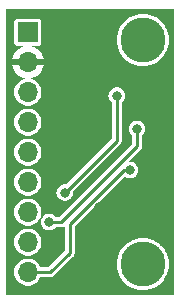
<source format=gbr>
%TF.GenerationSoftware,KiCad,Pcbnew,8.0.5*%
%TF.CreationDate,2024-09-23T16:28:14-04:00*%
%TF.ProjectId,ICM-42670-P-Breakout-Board,49434d2d-3432-4363-9730-2d502d427265,rev?*%
%TF.SameCoordinates,Original*%
%TF.FileFunction,Copper,L2,Bot*%
%TF.FilePolarity,Positive*%
%FSLAX46Y46*%
G04 Gerber Fmt 4.6, Leading zero omitted, Abs format (unit mm)*
G04 Created by KiCad (PCBNEW 8.0.5) date 2024-09-23 16:28:14*
%MOMM*%
%LPD*%
G01*
G04 APERTURE LIST*
%TA.AperFunction,ComponentPad*%
%ADD10C,2.600000*%
%TD*%
%TA.AperFunction,ConnectorPad*%
%ADD11C,3.800000*%
%TD*%
%TA.AperFunction,ComponentPad*%
%ADD12R,1.700000X1.700000*%
%TD*%
%TA.AperFunction,ComponentPad*%
%ADD13O,1.700000X1.700000*%
%TD*%
%TA.AperFunction,ViaPad*%
%ADD14C,0.800000*%
%TD*%
%TA.AperFunction,Conductor*%
%ADD15C,0.250000*%
%TD*%
G04 APERTURE END LIST*
D10*
%TO.P,H2,1*%
%TO.N,N/C*%
X146610000Y-103860000D03*
D11*
X146610000Y-103860000D03*
%TD*%
D10*
%TO.P,H1,1*%
%TO.N,N/C*%
X146610000Y-84890000D03*
D11*
X146610000Y-84890000D03*
%TD*%
D12*
%TO.P,J1,1,Pin_1*%
%TO.N,/VCC*%
X136870000Y-84220000D03*
D13*
%TO.P,J1,2,Pin_2*%
%TO.N,GND*%
X136870000Y-86760000D03*
%TO.P,J1,3,Pin_3*%
%TO.N,/SCL{slash}SCLK*%
X136870000Y-89300000D03*
%TO.P,J1,4,Pin_4*%
%TO.N,/SDA{slash}SDIO{slash}SDI*%
X136870000Y-91840000D03*
%TO.P,J1,5,Pin_5*%
%TO.N,/SDO{slash}ADO*%
X136870000Y-94380000D03*
%TO.P,J1,6,Pin_6*%
%TO.N,/INT1*%
X136870000Y-96920000D03*
%TO.P,J1,7,Pin_7*%
%TO.N,/INT2*%
X136870000Y-99460000D03*
%TO.P,J1,8,Pin_8*%
%TO.N,/CS*%
X136870000Y-102000000D03*
%TO.P,J1,9,Pin_9*%
%TO.N,/FSYNC*%
X136870000Y-104540000D03*
%TD*%
D14*
%TO.N,GND*%
X142900000Y-99000000D03*
X144100000Y-87800000D03*
X147600000Y-96900000D03*
X141600000Y-92500000D03*
%TO.N,/FSYNC*%
X145500000Y-95900000D03*
%TO.N,/INT2*%
X146103165Y-92422891D03*
X138675500Y-100300000D03*
%TO.N,/CS*%
X144400000Y-89600000D03*
X140000000Y-97800000D03*
%TD*%
D15*
%TO.N,GND*%
X147600000Y-96900000D02*
X145500000Y-99000000D01*
X145500000Y-99000000D02*
X142900000Y-99000000D01*
%TO.N,/FSYNC*%
X140400000Y-100475386D02*
X140400000Y-102900000D01*
X138760000Y-104540000D02*
X136870000Y-104540000D01*
X144975386Y-95900000D02*
X140400000Y-100475386D01*
X140400000Y-102900000D02*
X138760000Y-104540000D01*
X145500000Y-95900000D02*
X144975386Y-95900000D01*
%TO.N,/INT2*%
X143000000Y-97000000D02*
X146103165Y-93896835D01*
X139700000Y-100300000D02*
X143000000Y-97000000D01*
X138675500Y-100300000D02*
X139700000Y-100300000D01*
X146103165Y-93896835D02*
X146103165Y-92422891D01*
%TO.N,/CS*%
X140000000Y-97800000D02*
X144400000Y-93400000D01*
X144400000Y-93400000D02*
X144400000Y-89600000D01*
%TD*%
%TA.AperFunction,Conductor*%
%TO.N,GND*%
G36*
X149235648Y-82264352D02*
G01*
X149250000Y-82299000D01*
X149250000Y-106451000D01*
X149235648Y-106485648D01*
X149201000Y-106500000D01*
X135049000Y-106500000D01*
X135014352Y-106485648D01*
X135000000Y-106451000D01*
X135000000Y-104540000D01*
X135714571Y-104540000D01*
X135734243Y-104752306D01*
X135734244Y-104752312D01*
X135792593Y-104957384D01*
X135792597Y-104957394D01*
X135887632Y-105148252D01*
X135887635Y-105148256D01*
X136016125Y-105318404D01*
X136016128Y-105318407D01*
X136173693Y-105462048D01*
X136173694Y-105462049D01*
X136173698Y-105462052D01*
X136354981Y-105574298D01*
X136354984Y-105574299D01*
X136553796Y-105651319D01*
X136553797Y-105651319D01*
X136553802Y-105651321D01*
X136763390Y-105690500D01*
X136763392Y-105690500D01*
X136976608Y-105690500D01*
X136976610Y-105690500D01*
X137186198Y-105651321D01*
X137385019Y-105574298D01*
X137566302Y-105462052D01*
X137723872Y-105318407D01*
X137852366Y-105148255D01*
X137929843Y-104992659D01*
X137958134Y-104968040D01*
X137973706Y-104965500D01*
X138816021Y-104965500D01*
X138816021Y-104965499D01*
X138924237Y-104936503D01*
X139021263Y-104880485D01*
X140041747Y-103859999D01*
X144404778Y-103859999D01*
X144404778Y-103860000D01*
X144423643Y-104147833D01*
X144479917Y-104430747D01*
X144572640Y-104703900D01*
X144700222Y-104962611D01*
X144860479Y-105202454D01*
X144961808Y-105317997D01*
X145050673Y-105419327D01*
X145166216Y-105520655D01*
X145267545Y-105609520D01*
X145388741Y-105690500D01*
X145507389Y-105769778D01*
X145766098Y-105897359D01*
X146039247Y-105990081D01*
X146322161Y-106046356D01*
X146562026Y-106062077D01*
X146609999Y-106065222D01*
X146610000Y-106065222D01*
X146610001Y-106065222D01*
X146651119Y-106062526D01*
X146897839Y-106046356D01*
X147180753Y-105990081D01*
X147453902Y-105897359D01*
X147712611Y-105769778D01*
X147952454Y-105609520D01*
X148169327Y-105419327D01*
X148359520Y-105202454D01*
X148519778Y-104962611D01*
X148647359Y-104703902D01*
X148740081Y-104430753D01*
X148796356Y-104147839D01*
X148815222Y-103860000D01*
X148796356Y-103572161D01*
X148740081Y-103289247D01*
X148647359Y-103016098D01*
X148519778Y-102757389D01*
X148466600Y-102677803D01*
X148359520Y-102517545D01*
X148270655Y-102416216D01*
X148169327Y-102300673D01*
X148067997Y-102211808D01*
X147952454Y-102110479D01*
X147712611Y-101950222D01*
X147453900Y-101822640D01*
X147180747Y-101729917D01*
X146952569Y-101684530D01*
X146897839Y-101673644D01*
X146897837Y-101673643D01*
X146897833Y-101673643D01*
X146610001Y-101654778D01*
X146609999Y-101654778D01*
X146322166Y-101673643D01*
X146039252Y-101729917D01*
X145766099Y-101822640D01*
X145507388Y-101950222D01*
X145267545Y-102110479D01*
X145050673Y-102300673D01*
X144860479Y-102517545D01*
X144700222Y-102757388D01*
X144572640Y-103016099D01*
X144479917Y-103289252D01*
X144423643Y-103572166D01*
X144404778Y-103859999D01*
X140041747Y-103859999D01*
X140657228Y-103244517D01*
X140657233Y-103244514D01*
X140661261Y-103240485D01*
X140661263Y-103240485D01*
X140740485Y-103161263D01*
X140796503Y-103064237D01*
X140825499Y-102956021D01*
X140825500Y-102956021D01*
X140825500Y-100671929D01*
X140839851Y-100637282D01*
X145012051Y-96465081D01*
X145046698Y-96450730D01*
X145079191Y-96463053D01*
X145099148Y-96480734D01*
X145249775Y-96559790D01*
X145414944Y-96600500D01*
X145585056Y-96600500D01*
X145750225Y-96559790D01*
X145900852Y-96480734D01*
X146028183Y-96367929D01*
X146124818Y-96227930D01*
X146185140Y-96068872D01*
X146205645Y-95900000D01*
X146185140Y-95731128D01*
X146124818Y-95572070D01*
X146028183Y-95432071D01*
X145900852Y-95319266D01*
X145900844Y-95319262D01*
X145900843Y-95319261D01*
X145750224Y-95240209D01*
X145585056Y-95199500D01*
X145520543Y-95199500D01*
X145485895Y-95185148D01*
X145471543Y-95150500D01*
X145485895Y-95115852D01*
X145804363Y-94797384D01*
X146443650Y-94158098D01*
X146499668Y-94061072D01*
X146528664Y-93952856D01*
X146528665Y-93952856D01*
X146528665Y-93003841D01*
X146543017Y-92969193D01*
X146545172Y-92967164D01*
X146631348Y-92890820D01*
X146727983Y-92750821D01*
X146788305Y-92591763D01*
X146808810Y-92422891D01*
X146788305Y-92254019D01*
X146727983Y-92094961D01*
X146698544Y-92052312D01*
X146631348Y-91954962D01*
X146504017Y-91842157D01*
X146504009Y-91842153D01*
X146504008Y-91842152D01*
X146353389Y-91763100D01*
X146188221Y-91722391D01*
X146018109Y-91722391D01*
X145852940Y-91763100D01*
X145702321Y-91842152D01*
X145702316Y-91842155D01*
X145702313Y-91842157D01*
X145702311Y-91842159D01*
X145574981Y-91954962D01*
X145478347Y-92094959D01*
X145478346Y-92094961D01*
X145418026Y-92254016D01*
X145418025Y-92254019D01*
X145397520Y-92422891D01*
X145418025Y-92591763D01*
X145428130Y-92618407D01*
X145478346Y-92750820D01*
X145478347Y-92750822D01*
X145563578Y-92874299D01*
X145574982Y-92890820D01*
X145643274Y-92951321D01*
X145661158Y-92967164D01*
X145677576Y-93000882D01*
X145677665Y-93003841D01*
X145677665Y-93700291D01*
X145663313Y-93734939D01*
X139538104Y-99860148D01*
X139503456Y-99874500D01*
X139258687Y-99874500D01*
X139224039Y-99860148D01*
X139218361Y-99853336D01*
X139203683Y-99832071D01*
X139076352Y-99719266D01*
X139076344Y-99719262D01*
X139076343Y-99719261D01*
X138925724Y-99640209D01*
X138760556Y-99599500D01*
X138590444Y-99599500D01*
X138425275Y-99640209D01*
X138274656Y-99719261D01*
X138274651Y-99719264D01*
X138274648Y-99719266D01*
X138274646Y-99719268D01*
X138147316Y-99832071D01*
X138050682Y-99972068D01*
X138050681Y-99972070D01*
X137990361Y-100131125D01*
X137990360Y-100131128D01*
X137969855Y-100300000D01*
X137990360Y-100468872D01*
X137990361Y-100468874D01*
X138050681Y-100627929D01*
X138050682Y-100627931D01*
X138147316Y-100767928D01*
X138147317Y-100767929D01*
X138274648Y-100880734D01*
X138425275Y-100959790D01*
X138590444Y-101000500D01*
X138760556Y-101000500D01*
X138925725Y-100959790D01*
X139076352Y-100880734D01*
X139203683Y-100767929D01*
X139218361Y-100746663D01*
X139249855Y-100726303D01*
X139258687Y-100725500D01*
X139756021Y-100725500D01*
X139756021Y-100725499D01*
X139864237Y-100696503D01*
X139901002Y-100675276D01*
X139938181Y-100670381D01*
X139967935Y-100693211D01*
X139974500Y-100717712D01*
X139974500Y-102703456D01*
X139960148Y-102738104D01*
X138598104Y-104100148D01*
X138563456Y-104114500D01*
X137973706Y-104114500D01*
X137939058Y-104100148D01*
X137929843Y-104087341D01*
X137852367Y-103931747D01*
X137852366Y-103931746D01*
X137852366Y-103931745D01*
X137723872Y-103761593D01*
X137723871Y-103761592D01*
X137566306Y-103617951D01*
X137566303Y-103617949D01*
X137566302Y-103617948D01*
X137385019Y-103505702D01*
X137385016Y-103505701D01*
X137385015Y-103505700D01*
X137186203Y-103428680D01*
X137186198Y-103428679D01*
X136976610Y-103389500D01*
X136763390Y-103389500D01*
X136605236Y-103419064D01*
X136553796Y-103428680D01*
X136354984Y-103505700D01*
X136173693Y-103617951D01*
X136016128Y-103761592D01*
X136016125Y-103761595D01*
X135887635Y-103931743D01*
X135887632Y-103931747D01*
X135792597Y-104122605D01*
X135792593Y-104122615D01*
X135734244Y-104327687D01*
X135734243Y-104327693D01*
X135714571Y-104540000D01*
X135000000Y-104540000D01*
X135000000Y-102000000D01*
X135714571Y-102000000D01*
X135734243Y-102212306D01*
X135734244Y-102212312D01*
X135792593Y-102417384D01*
X135792597Y-102417394D01*
X135887632Y-102608252D01*
X135887635Y-102608256D01*
X136016125Y-102778404D01*
X136016128Y-102778407D01*
X136173693Y-102922048D01*
X136173694Y-102922049D01*
X136173698Y-102922052D01*
X136354981Y-103034298D01*
X136354984Y-103034299D01*
X136553796Y-103111319D01*
X136553797Y-103111319D01*
X136553802Y-103111321D01*
X136763390Y-103150500D01*
X136763392Y-103150500D01*
X136976608Y-103150500D01*
X136976610Y-103150500D01*
X137186198Y-103111321D01*
X137385019Y-103034298D01*
X137566302Y-102922052D01*
X137723872Y-102778407D01*
X137852366Y-102608255D01*
X137947405Y-102417389D01*
X138005756Y-102212310D01*
X138025429Y-102000000D01*
X138005756Y-101787690D01*
X137947405Y-101582611D01*
X137852366Y-101391745D01*
X137723872Y-101221593D01*
X137723871Y-101221592D01*
X137566306Y-101077951D01*
X137566303Y-101077949D01*
X137566302Y-101077948D01*
X137385019Y-100965702D01*
X137385016Y-100965701D01*
X137385015Y-100965700D01*
X137186203Y-100888680D01*
X137186198Y-100888679D01*
X136976610Y-100849500D01*
X136763390Y-100849500D01*
X136605236Y-100879064D01*
X136553796Y-100888680D01*
X136354984Y-100965700D01*
X136173693Y-101077951D01*
X136016128Y-101221592D01*
X136016125Y-101221595D01*
X135887635Y-101391743D01*
X135887632Y-101391747D01*
X135792597Y-101582605D01*
X135792593Y-101582615D01*
X135734244Y-101787687D01*
X135734243Y-101787693D01*
X135714571Y-102000000D01*
X135000000Y-102000000D01*
X135000000Y-99460000D01*
X135714571Y-99460000D01*
X135734243Y-99672306D01*
X135734244Y-99672312D01*
X135792593Y-99877384D01*
X135792597Y-99877394D01*
X135887632Y-100068252D01*
X135887635Y-100068256D01*
X136016125Y-100238404D01*
X136016128Y-100238407D01*
X136173693Y-100382048D01*
X136173694Y-100382049D01*
X136173698Y-100382052D01*
X136354981Y-100494298D01*
X136354984Y-100494299D01*
X136553796Y-100571319D01*
X136553797Y-100571319D01*
X136553802Y-100571321D01*
X136763390Y-100610500D01*
X136763392Y-100610500D01*
X136976608Y-100610500D01*
X136976610Y-100610500D01*
X137186198Y-100571321D01*
X137385019Y-100494298D01*
X137566302Y-100382052D01*
X137723872Y-100238407D01*
X137852366Y-100068255D01*
X137947405Y-99877389D01*
X138005756Y-99672310D01*
X138025429Y-99460000D01*
X138005756Y-99247690D01*
X137947405Y-99042611D01*
X137852366Y-98851745D01*
X137723872Y-98681593D01*
X137723871Y-98681592D01*
X137566306Y-98537951D01*
X137566303Y-98537949D01*
X137566302Y-98537948D01*
X137385019Y-98425702D01*
X137385016Y-98425701D01*
X137385015Y-98425700D01*
X137186203Y-98348680D01*
X137186198Y-98348679D01*
X136976610Y-98309500D01*
X136763390Y-98309500D01*
X136605236Y-98339064D01*
X136553796Y-98348680D01*
X136354984Y-98425700D01*
X136173693Y-98537951D01*
X136016128Y-98681592D01*
X136016125Y-98681595D01*
X135887635Y-98851743D01*
X135887632Y-98851747D01*
X135792597Y-99042605D01*
X135792593Y-99042615D01*
X135734244Y-99247687D01*
X135734243Y-99247693D01*
X135714571Y-99460000D01*
X135000000Y-99460000D01*
X135000000Y-96920000D01*
X135714571Y-96920000D01*
X135734243Y-97132306D01*
X135734244Y-97132312D01*
X135792593Y-97337384D01*
X135792597Y-97337394D01*
X135887632Y-97528252D01*
X135887635Y-97528256D01*
X136016125Y-97698404D01*
X136016128Y-97698407D01*
X136173693Y-97842048D01*
X136173694Y-97842049D01*
X136173698Y-97842052D01*
X136354981Y-97954298D01*
X136354984Y-97954299D01*
X136553796Y-98031319D01*
X136553797Y-98031319D01*
X136553802Y-98031321D01*
X136763390Y-98070500D01*
X136763392Y-98070500D01*
X136976608Y-98070500D01*
X136976610Y-98070500D01*
X137186198Y-98031321D01*
X137385019Y-97954298D01*
X137566302Y-97842052D01*
X137612431Y-97800000D01*
X139294355Y-97800000D01*
X139314860Y-97968872D01*
X139314861Y-97968874D01*
X139375181Y-98127929D01*
X139375182Y-98127931D01*
X139471816Y-98267928D01*
X139471817Y-98267929D01*
X139599148Y-98380734D01*
X139749775Y-98459790D01*
X139914944Y-98500500D01*
X140085056Y-98500500D01*
X140250225Y-98459790D01*
X140400852Y-98380734D01*
X140528183Y-98267929D01*
X140624818Y-98127930D01*
X140685140Y-97968872D01*
X140705645Y-97800000D01*
X140697270Y-97731033D01*
X140707341Y-97694910D01*
X140711257Y-97690489D01*
X144740485Y-93661263D01*
X144796503Y-93564237D01*
X144825499Y-93456021D01*
X144825500Y-93456021D01*
X144825500Y-90180950D01*
X144839852Y-90146302D01*
X144842007Y-90144273D01*
X144928183Y-90067929D01*
X145024818Y-89927930D01*
X145085140Y-89768872D01*
X145105645Y-89600000D01*
X145085140Y-89431128D01*
X145024818Y-89272070D01*
X144928183Y-89132071D01*
X144800852Y-89019266D01*
X144800844Y-89019262D01*
X144800843Y-89019261D01*
X144650224Y-88940209D01*
X144485056Y-88899500D01*
X144314944Y-88899500D01*
X144149775Y-88940209D01*
X143999156Y-89019261D01*
X143999151Y-89019264D01*
X143999148Y-89019266D01*
X143999146Y-89019268D01*
X143871816Y-89132071D01*
X143775182Y-89272068D01*
X143775181Y-89272070D01*
X143714861Y-89431125D01*
X143714860Y-89431128D01*
X143694355Y-89600000D01*
X143714860Y-89768872D01*
X143714861Y-89768874D01*
X143775181Y-89927929D01*
X143775182Y-89927931D01*
X143871816Y-90067928D01*
X143871817Y-90067929D01*
X143883644Y-90078407D01*
X143957993Y-90144273D01*
X143974411Y-90177991D01*
X143974500Y-90180950D01*
X143974500Y-93203455D01*
X143960148Y-93238103D01*
X140113103Y-97085148D01*
X140078455Y-97099500D01*
X139914944Y-97099500D01*
X139749775Y-97140209D01*
X139599156Y-97219261D01*
X139599151Y-97219264D01*
X139599148Y-97219266D01*
X139599146Y-97219268D01*
X139471816Y-97332071D01*
X139375182Y-97472068D01*
X139375181Y-97472070D01*
X139314861Y-97631125D01*
X139314860Y-97631128D01*
X139294355Y-97800000D01*
X137612431Y-97800000D01*
X137723872Y-97698407D01*
X137852366Y-97528255D01*
X137947405Y-97337389D01*
X138005756Y-97132310D01*
X138025429Y-96920000D01*
X138005756Y-96707690D01*
X137947405Y-96502611D01*
X137852366Y-96311745D01*
X137723872Y-96141593D01*
X137644104Y-96068874D01*
X137566306Y-95997951D01*
X137566303Y-95997949D01*
X137566302Y-95997948D01*
X137385019Y-95885702D01*
X137385016Y-95885701D01*
X137385015Y-95885700D01*
X137186203Y-95808680D01*
X137186198Y-95808679D01*
X136976610Y-95769500D01*
X136763390Y-95769500D01*
X136605236Y-95799064D01*
X136553796Y-95808680D01*
X136354984Y-95885700D01*
X136173693Y-95997951D01*
X136016128Y-96141592D01*
X136016125Y-96141595D01*
X135887635Y-96311743D01*
X135887632Y-96311747D01*
X135792597Y-96502605D01*
X135792593Y-96502615D01*
X135734244Y-96707687D01*
X135734243Y-96707693D01*
X135714571Y-96920000D01*
X135000000Y-96920000D01*
X135000000Y-94380000D01*
X135714571Y-94380000D01*
X135734243Y-94592306D01*
X135734244Y-94592312D01*
X135792593Y-94797384D01*
X135792597Y-94797394D01*
X135887632Y-94988252D01*
X135887635Y-94988256D01*
X136016125Y-95158404D01*
X136016128Y-95158407D01*
X136173693Y-95302048D01*
X136173694Y-95302049D01*
X136173698Y-95302052D01*
X136354981Y-95414298D01*
X136354984Y-95414299D01*
X136553796Y-95491319D01*
X136553797Y-95491319D01*
X136553802Y-95491321D01*
X136763390Y-95530500D01*
X136763392Y-95530500D01*
X136976608Y-95530500D01*
X136976610Y-95530500D01*
X137186198Y-95491321D01*
X137385019Y-95414298D01*
X137566302Y-95302052D01*
X137723872Y-95158407D01*
X137852366Y-94988255D01*
X137947405Y-94797389D01*
X138005756Y-94592310D01*
X138025429Y-94380000D01*
X138005756Y-94167690D01*
X137947405Y-93962611D01*
X137852366Y-93771745D01*
X137723872Y-93601593D01*
X137682893Y-93564235D01*
X137566306Y-93457951D01*
X137566303Y-93457949D01*
X137566302Y-93457948D01*
X137385019Y-93345702D01*
X137385016Y-93345701D01*
X137385015Y-93345700D01*
X137186203Y-93268680D01*
X137186198Y-93268679D01*
X136976610Y-93229500D01*
X136763390Y-93229500D01*
X136605236Y-93259064D01*
X136553796Y-93268680D01*
X136354984Y-93345700D01*
X136173693Y-93457951D01*
X136016128Y-93601592D01*
X136016125Y-93601595D01*
X135887635Y-93771743D01*
X135887632Y-93771747D01*
X135792597Y-93962605D01*
X135792593Y-93962615D01*
X135734244Y-94167687D01*
X135734243Y-94167693D01*
X135714571Y-94380000D01*
X135000000Y-94380000D01*
X135000000Y-91840000D01*
X135714571Y-91840000D01*
X135734243Y-92052306D01*
X135734244Y-92052312D01*
X135792593Y-92257384D01*
X135792597Y-92257394D01*
X135887632Y-92448252D01*
X135887635Y-92448256D01*
X136016125Y-92618404D01*
X136016128Y-92618407D01*
X136173693Y-92762048D01*
X136173694Y-92762049D01*
X136173698Y-92762052D01*
X136354981Y-92874298D01*
X136354984Y-92874299D01*
X136553796Y-92951319D01*
X136553797Y-92951319D01*
X136553802Y-92951321D01*
X136763390Y-92990500D01*
X136763392Y-92990500D01*
X136976608Y-92990500D01*
X136976610Y-92990500D01*
X137186198Y-92951321D01*
X137385019Y-92874298D01*
X137566302Y-92762052D01*
X137723872Y-92618407D01*
X137852366Y-92448255D01*
X137947405Y-92257389D01*
X138005756Y-92052310D01*
X138025429Y-91840000D01*
X138005756Y-91627690D01*
X137947405Y-91422611D01*
X137852366Y-91231745D01*
X137723872Y-91061593D01*
X137723871Y-91061592D01*
X137566306Y-90917951D01*
X137566303Y-90917949D01*
X137566302Y-90917948D01*
X137385019Y-90805702D01*
X137385016Y-90805701D01*
X137385015Y-90805700D01*
X137186203Y-90728680D01*
X137186198Y-90728679D01*
X136976610Y-90689500D01*
X136763390Y-90689500D01*
X136605236Y-90719064D01*
X136553796Y-90728680D01*
X136354984Y-90805700D01*
X136173693Y-90917951D01*
X136016128Y-91061592D01*
X136016125Y-91061595D01*
X135887635Y-91231743D01*
X135887632Y-91231747D01*
X135792597Y-91422605D01*
X135792593Y-91422615D01*
X135734244Y-91627687D01*
X135734243Y-91627693D01*
X135714571Y-91840000D01*
X135000000Y-91840000D01*
X135000000Y-86506000D01*
X135533457Y-86506000D01*
X136439297Y-86506000D01*
X136404075Y-86567007D01*
X136370000Y-86694174D01*
X136370000Y-86825826D01*
X136404075Y-86952993D01*
X136439297Y-87014000D01*
X135533457Y-87014000D01*
X135581179Y-87202455D01*
X135671580Y-87408549D01*
X135671584Y-87408555D01*
X135794673Y-87596956D01*
X135947102Y-87762539D01*
X136124694Y-87900764D01*
X136124708Y-87900773D01*
X136322620Y-88007878D01*
X136322630Y-88007882D01*
X136535486Y-88080956D01*
X136576394Y-88087782D01*
X136608207Y-88107641D01*
X136616661Y-88144179D01*
X136596802Y-88175992D01*
X136577335Y-88184279D01*
X136553799Y-88188679D01*
X136354984Y-88265700D01*
X136173693Y-88377951D01*
X136016128Y-88521592D01*
X136016125Y-88521595D01*
X135887635Y-88691743D01*
X135887632Y-88691747D01*
X135792597Y-88882605D01*
X135792593Y-88882615D01*
X135734244Y-89087687D01*
X135734243Y-89087693D01*
X135714571Y-89300000D01*
X135734243Y-89512306D01*
X135734244Y-89512312D01*
X135792593Y-89717384D01*
X135792597Y-89717394D01*
X135887632Y-89908252D01*
X135887635Y-89908256D01*
X136016125Y-90078404D01*
X136016128Y-90078407D01*
X136173693Y-90222048D01*
X136173694Y-90222049D01*
X136173698Y-90222052D01*
X136354981Y-90334298D01*
X136354984Y-90334299D01*
X136553796Y-90411319D01*
X136553797Y-90411319D01*
X136553802Y-90411321D01*
X136763390Y-90450500D01*
X136763392Y-90450500D01*
X136976608Y-90450500D01*
X136976610Y-90450500D01*
X137186198Y-90411321D01*
X137385019Y-90334298D01*
X137566302Y-90222052D01*
X137723872Y-90078407D01*
X137852366Y-89908255D01*
X137947405Y-89717389D01*
X138005756Y-89512310D01*
X138025429Y-89300000D01*
X138005756Y-89087690D01*
X137947405Y-88882611D01*
X137852366Y-88691745D01*
X137723872Y-88521593D01*
X137723871Y-88521592D01*
X137566306Y-88377951D01*
X137566303Y-88377949D01*
X137566302Y-88377948D01*
X137385019Y-88265702D01*
X137385016Y-88265701D01*
X137385015Y-88265700D01*
X137186199Y-88188679D01*
X137162665Y-88184279D01*
X137131244Y-88163804D01*
X137123505Y-88127109D01*
X137143980Y-88095688D01*
X137163606Y-88087782D01*
X137204513Y-88080956D01*
X137417369Y-88007882D01*
X137417379Y-88007878D01*
X137615291Y-87900773D01*
X137615305Y-87900764D01*
X137792897Y-87762539D01*
X137945326Y-87596956D01*
X138068415Y-87408555D01*
X138068419Y-87408549D01*
X138158820Y-87202455D01*
X138206543Y-87014000D01*
X137300703Y-87014000D01*
X137335925Y-86952993D01*
X137370000Y-86825826D01*
X137370000Y-86694174D01*
X137335925Y-86567007D01*
X137300703Y-86506000D01*
X138206543Y-86506000D01*
X138158820Y-86317544D01*
X138068419Y-86111450D01*
X138068415Y-86111444D01*
X137945326Y-85923043D01*
X137792897Y-85757460D01*
X137615305Y-85619235D01*
X137615291Y-85619226D01*
X137417379Y-85512121D01*
X137417369Y-85512117D01*
X137282581Y-85465844D01*
X137254470Y-85441020D01*
X137252146Y-85403589D01*
X137276970Y-85375478D01*
X137298489Y-85370499D01*
X137764864Y-85370499D01*
X137789991Y-85367585D01*
X137892765Y-85322206D01*
X137972206Y-85242765D01*
X138017585Y-85139991D01*
X138020500Y-85114865D01*
X138020500Y-84889999D01*
X144404778Y-84889999D01*
X144404778Y-84890000D01*
X144423643Y-85177833D01*
X144479917Y-85460747D01*
X144572640Y-85733900D01*
X144700222Y-85992611D01*
X144860479Y-86232454D01*
X144914520Y-86294075D01*
X145050673Y-86449327D01*
X145166216Y-86550655D01*
X145267545Y-86639520D01*
X145349341Y-86694174D01*
X145507389Y-86799778D01*
X145766098Y-86927359D01*
X146039247Y-87020081D01*
X146322161Y-87076356D01*
X146562026Y-87092077D01*
X146609999Y-87095222D01*
X146610000Y-87095222D01*
X146610001Y-87095222D01*
X146651119Y-87092526D01*
X146897839Y-87076356D01*
X147180753Y-87020081D01*
X147453902Y-86927359D01*
X147712611Y-86799778D01*
X147952454Y-86639520D01*
X148169327Y-86449327D01*
X148359520Y-86232454D01*
X148519778Y-85992611D01*
X148647359Y-85733902D01*
X148740081Y-85460753D01*
X148796356Y-85177839D01*
X148815222Y-84890000D01*
X148796356Y-84602161D01*
X148740081Y-84319247D01*
X148647359Y-84046098D01*
X148519778Y-83787389D01*
X148466600Y-83707803D01*
X148359520Y-83547545D01*
X148270655Y-83446216D01*
X148169327Y-83330673D01*
X148017171Y-83197235D01*
X147952454Y-83140479D01*
X147712611Y-82980222D01*
X147453900Y-82852640D01*
X147180747Y-82759917D01*
X146952569Y-82714530D01*
X146897839Y-82703644D01*
X146897837Y-82703643D01*
X146897833Y-82703643D01*
X146610001Y-82684778D01*
X146609999Y-82684778D01*
X146322166Y-82703643D01*
X146039252Y-82759917D01*
X145766099Y-82852640D01*
X145507388Y-82980222D01*
X145267545Y-83140479D01*
X145050673Y-83330673D01*
X144860479Y-83547545D01*
X144700222Y-83787388D01*
X144572640Y-84046099D01*
X144479917Y-84319252D01*
X144423643Y-84602166D01*
X144404778Y-84889999D01*
X138020500Y-84889999D01*
X138020499Y-83325136D01*
X138017585Y-83300009D01*
X137972206Y-83197235D01*
X137972205Y-83197234D01*
X137972205Y-83197233D01*
X137892766Y-83117794D01*
X137892767Y-83117794D01*
X137789993Y-83072415D01*
X137777428Y-83070957D01*
X137764865Y-83069500D01*
X137764863Y-83069500D01*
X135975141Y-83069500D01*
X135975131Y-83069501D01*
X135950007Y-83072415D01*
X135847233Y-83117794D01*
X135767794Y-83197233D01*
X135722415Y-83300006D01*
X135719500Y-83325134D01*
X135719500Y-85114858D01*
X135719501Y-85114868D01*
X135722415Y-85139992D01*
X135767794Y-85242766D01*
X135847233Y-85322205D01*
X135950006Y-85367584D01*
X135950009Y-85367585D01*
X135975135Y-85370500D01*
X136441508Y-85370499D01*
X136476155Y-85384851D01*
X136490507Y-85419499D01*
X136476155Y-85454147D01*
X136457418Y-85465844D01*
X136322626Y-85512118D01*
X136322620Y-85512121D01*
X136124708Y-85619226D01*
X136124694Y-85619235D01*
X135947102Y-85757460D01*
X135794673Y-85923043D01*
X135671584Y-86111444D01*
X135671580Y-86111450D01*
X135581179Y-86317544D01*
X135533457Y-86506000D01*
X135000000Y-86506000D01*
X135000000Y-82299000D01*
X135014352Y-82264352D01*
X135049000Y-82250000D01*
X149201000Y-82250000D01*
X149235648Y-82264352D01*
G37*
%TD.AperFunction*%
%TD*%
M02*

</source>
